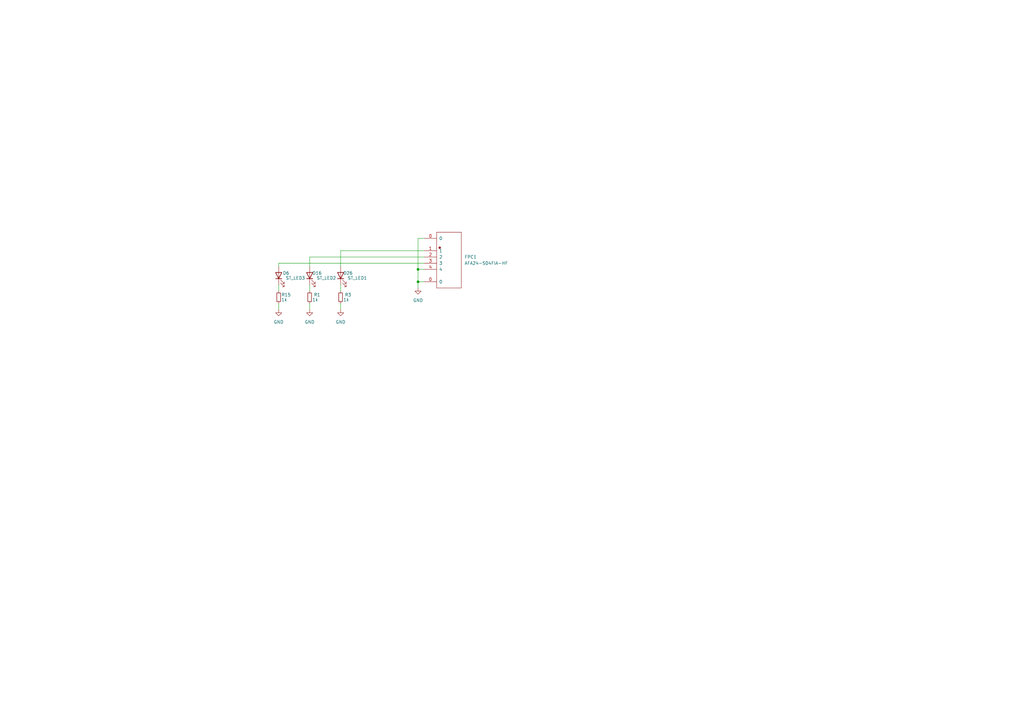
<source format=kicad_sch>
(kicad_sch (version 20231120) (generator "eeschema") (generator_version "8.0")
  (paper "A3")
  (lib_symbols
    (symbol "AFA24-SXXFIA-HF:AFA24-S04FIA-HF" (pin_names (offset 1.016))
      (property "Reference" "FPC" (at 0 14.0716 0))
      (property "Value" "AFA24-S04FIA-HF" (at 0 19.1516 0))
      (symbol "AFA24-S04FIA-HF_1_1"
        (rectangle (start -2.54 11.43) (end 7.62 -11.43) (stroke (width 0.1524)))
        (circle (center -1.27 5.08) (radius 0.381) (stroke (width 0.1524)) (fill (type outline)))
        (pin free line (at -7.62 -8.89 0) (length 5.08) (name "0") (number "0"))
        (pin free line (at -7.62 8.89 0) (length 5.08) (name "0") (number "0"))
        (pin passive line (at -7.62 3.81 0) (length 5.08) (name "1") (number "1"))
        (pin passive line (at -7.62 1.27 0) (length 5.08) (name "2") (number "2"))
        (pin passive line (at -7.62 -1.27 0) (length 5.08) (name "3") (number "3"))
        (pin passive line (at -7.62 -3.81 0) (length 5.08) (name "4") (number "4"))
      )
    )
    (symbol "Device:LED" (pin_numbers hide) (pin_names (offset 1.016) hide)
      (property "Reference" "D" (at 0 2.54 0))
      (property "Value" "LED" (at 0 -2.54 0))
      (symbol "LED_0_1"
        (polyline (pts (xy -1.27 -1.27) (xy -1.27 1.27)) (stroke (width 0.254)))
        (polyline (pts (xy -1.27 0) (xy 1.27 0)))
        (polyline (pts (xy 1.27 -1.27) (xy 1.27 1.27) (xy -1.27 0) (xy 1.27 -1.27)) (stroke (width 0.254)))
        (polyline (pts (xy -3.048 -0.762) (xy -4.572 -2.286) (xy -3.81 -2.286) (xy -4.572 -2.286) (xy -4.572 -1.524)))
        (polyline (pts (xy -1.778 -0.762) (xy -3.302 -2.286) (xy -2.54 -2.286) (xy -3.302 -2.286) (xy -3.302 -1.524)))
      )
      (symbol "LED_1_1"
        (pin passive line (at -3.81 0 0) (length 2.54) (name "K") (number "1"))
        (pin passive line (at 3.81 0 180) (length 2.54) (name "A") (number "2"))
      )
    )
    (symbol "Device:R_Small" (pin_numbers hide) (pin_names (offset 0.254) hide)
      (property "Reference" "R" (at 0.762 0.508 0))
      (property "Value" "R_Small" (at 0.762 -1.016 0))
      (symbol "R_Small_0_1"
        (rectangle (start -0.762 1.778) (end 0.762 -1.778) (stroke (width 0.2032)))
      )
      (symbol "R_Small_1_1"
        (pin passive line (at 0 2.54 270) (length 0.762) (name "~") (number "1"))
        (pin passive line (at 0 -2.54 90) (length 0.762) (name "~") (number "2"))
      )
    )
    (symbol "power:GND" (power) (pin_names (offset 0))
      (property "Value" "GND" (at 0 -3.81 0))
      (symbol "GND_0_1"
        (polyline (pts (xy 0 0) (xy 0 -1.27) (xy 1.27 -1.27) (xy 0 -2.54) (xy -1.27 -1.27) (xy 0 -1.27)))
      )
      (symbol "GND_1_1"
        (pin power_in line (at 0 0 270) (length 0) hide (name "GND") (number "1"))
      )
    )
  )
  (junction (at 171.45 110.49))
  (junction (at 171.45 115.57))
  (wire (pts (xy 171.45 115.57) (xy 173.99 115.57)))
  (wire (pts (xy 114.3 116.84) (xy 114.3 119.38)))
  (wire (pts (xy 139.7 102.87) (xy 139.7 109.22)))
  (wire (pts (xy 114.3 109.22) (xy 114.3 107.95)))
  (wire (pts (xy 127 124.46) (xy 127 127)))
  (wire (pts (xy 171.45 110.49) (xy 171.45 115.57)))
  (wire (pts (xy 139.7 124.46) (xy 139.7 127)))
  (wire (pts (xy 139.7 102.87) (xy 173.99 102.87)))
  (wire (pts (xy 127 116.84) (xy 127 119.38)))
  (wire (pts (xy 171.45 110.49) (xy 171.45 97.79)))
  (wire (pts (xy 114.3 124.46) (xy 114.3 127)))
  (wire (pts (xy 171.45 115.57) (xy 171.45 118.11)))
  (wire (pts (xy 171.45 97.79) (xy 173.99 97.79)))
  (wire (pts (xy 127 105.41) (xy 127 109.22)))
  (wire (pts (xy 114.3 107.95) (xy 173.99 107.95)))
  (wire (pts (xy 127 105.41) (xy 173.99 105.41)))
  (wire (pts (xy 139.7 116.84) (xy 139.7 119.38)))
  (wire (pts (xy 173.99 110.49) (xy 171.45 110.49)))
  (symbol (lib_id "power:GND") (at 139.7 127 0) (unit 1)
    (property "Reference" "#PWR038" (effects (hide yes)))
    (property "Value" "GND" (at 139.7 132.08 0))
  )
  (symbol (lib_id "Device:R_Small") (at 139.7 121.92 180) (unit 1)
    (property "Reference" "R3" (at 142.748 120.904 0))
    (property "Value" "1k" (at 141.986 122.936 0))
    (property "Footprint" "Resistor_SMD:R_0805_2012Metric" (effects (hide yes)))
    (property "Description" "Resistor, small symbol" (effects (hide yes)))
  )
  (symbol (lib_id "Device:R_Small") (at 114.3 121.92 180) (unit 1)
    (property "Reference" "R15" (at 117.348 120.904 0))
    (property "Value" "1k" (at 116.586 122.936 0))
    (property "Footprint" "Resistor_SMD:R_0805_2012Metric" (effects (hide yes)))
    (property "Description" "Resistor, small symbol" (effects (hide yes)))
  )
  (symbol (lib_id "Device:LED") (at 139.7 113.03 90) (unit 1)
    (property "Reference" "D26" (at 142.748 112.014 90))
    (property "Value" "ST_LED1" (at 146.558 114.046 90))
    (property "Footprint" "Frooastboard Footprints:LED_RGB_SMD_6028_Reverse" (effects (hide yes)))
    (property "Description" "Light emitting diode" (effects (hide yes)))
  )
  (symbol (lib_id "Device:R_Small") (at 127 121.92 180) (unit 1)
    (property "Reference" "R1" (at 130.048 120.904 0))
    (property "Value" "1k" (at 129.286 122.936 0))
    (property "Footprint" "Resistor_SMD:R_0805_2012Metric" (effects (hide yes)))
    (property "Description" "Resistor, small symbol" (effects (hide yes)))
  )
  (symbol (lib_id "Device:LED") (at 114.3 113.03 90) (unit 1)
    (property "Reference" "D6" (at 117.348 112.014 90))
    (property "Value" "ST_LED3" (at 121.158 114.046 90))
    (property "Footprint" "Frooastboard Footprints:LED_RGB_SMD_6028_Reverse" (effects (hide yes)))
    (property "Description" "Light emitting diode" (effects (hide yes)))
  )
  (symbol (lib_id "Device:LED") (at 127 113.03 90) (unit 1)
    (property "Reference" "D16" (at 130.048 112.014 90))
    (property "Value" "ST_LED2" (at 133.858 114.046 90))
    (property "Footprint" "Frooastboard Footprints:LED_RGB_SMD_6028_Reverse" (effects (hide yes)))
    (property "Description" "Light emitting diode" (effects (hide yes)))
  )
  (symbol (lib_id "AFA24-SXXFIA-HF:AFA24-S04FIA-HF") (at 181.61 106.68 0) (unit 1)
    (property "Reference" "FPC1" (at 190.5 105.4099 0) (effects (justify left)))
    (property "Value" "AFA24-S04FIA-HF" (at 190.5 107.9499 0) (effects (justify left)))
    (property "Footprint" "AFA24-SXXFIA-HF:FPC-SMD_4P-P1.00_AFA24-S04FIA-HF" (effects (hide yes)))
    (property "Datasheet" "http://www.szlcsc.com/product/details_253765.html" (effects (hide yes)))
    (property "SuppliersPartNumber" "C262381" (effects (hide yes)))
    (property "uuid" "std:063cb82895d54dd9b14eebbc8e5be19d" (effects (hide yes)))
  )
  (symbol (lib_id "power:GND") (at 114.3 127 0) (unit 1)
    (property "Reference" "#PWR037" (effects (hide yes)))
    (property "Value" "GND" (at 114.3 132.08 0))
  )
  (symbol (lib_id "power:GND") (at 127 127 0) (unit 1)
    (property "Reference" "#PWR024" (effects (hide yes)))
    (property "Value" "GND" (at 127 132.08 0))
  )
  (symbol (lib_id "power:GND") (at 171.45 118.11 0) (unit 1)
    (property "Reference" "#PWR039" (effects (hide yes)))
    (property "Value" "GND" (at 171.45 123.19 0))
  )
)
</source>
